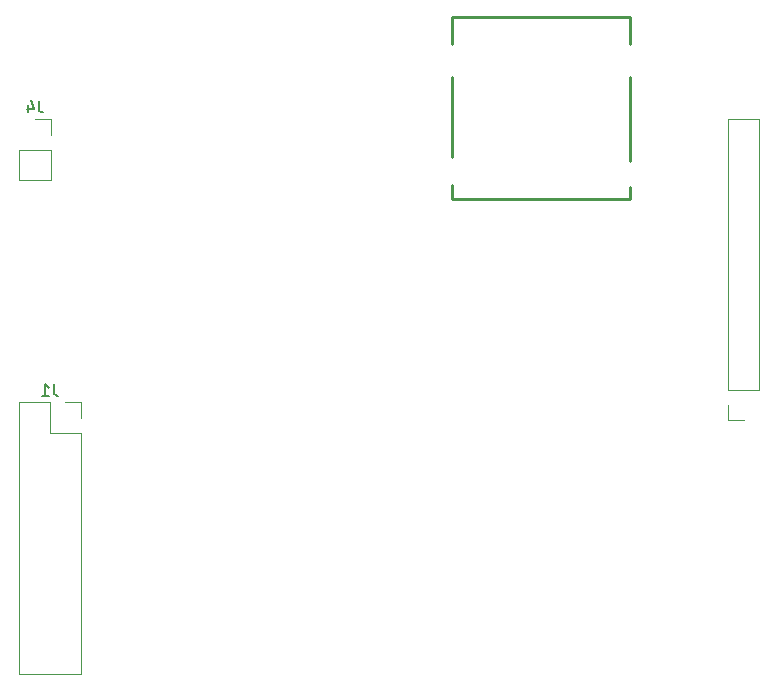
<source format=gbr>
%TF.GenerationSoftware,KiCad,Pcbnew,8.0.0-8.0.0-1~ubuntu20.04.1*%
%TF.CreationDate,2024-06-18T17:36:17-06:00*%
%TF.ProjectId,BioReactify,42696f52-6561-4637-9469-66792e6b6963,rev?*%
%TF.SameCoordinates,Original*%
%TF.FileFunction,Legend,Bot*%
%TF.FilePolarity,Positive*%
%FSLAX46Y46*%
G04 Gerber Fmt 4.6, Leading zero omitted, Abs format (unit mm)*
G04 Created by KiCad (PCBNEW 8.0.0-8.0.0-1~ubuntu20.04.1) date 2024-06-18 17:36:17*
%MOMM*%
%LPD*%
G01*
G04 APERTURE LIST*
%ADD10C,0.150000*%
%ADD11C,0.254000*%
%ADD12C,0.120000*%
G04 APERTURE END LIST*
D10*
X145333333Y-28124819D02*
X145333333Y-28839104D01*
X145333333Y-28839104D02*
X145380952Y-28981961D01*
X145380952Y-28981961D02*
X145476190Y-29077200D01*
X145476190Y-29077200D02*
X145619047Y-29124819D01*
X145619047Y-29124819D02*
X145714285Y-29124819D01*
X144428571Y-28458152D02*
X144428571Y-29124819D01*
X144666666Y-28077200D02*
X144904761Y-28791485D01*
X144904761Y-28791485D02*
X144285714Y-28791485D01*
X146603333Y-52124819D02*
X146603333Y-52839104D01*
X146603333Y-52839104D02*
X146650952Y-52981961D01*
X146650952Y-52981961D02*
X146746190Y-53077200D01*
X146746190Y-53077200D02*
X146889047Y-53124819D01*
X146889047Y-53124819D02*
X146984285Y-53124819D01*
X145603333Y-53124819D02*
X146174761Y-53124819D01*
X145889047Y-53124819D02*
X145889047Y-52124819D01*
X145889047Y-52124819D02*
X145984285Y-52267676D01*
X145984285Y-52267676D02*
X146079523Y-52362914D01*
X146079523Y-52362914D02*
X146174761Y-52410533D01*
D11*
%TO.C,J3*%
X180276900Y-21078000D02*
X180276900Y-23364000D01*
X180276900Y-26158000D02*
X180276900Y-32889000D01*
X180276900Y-36445000D02*
X180276900Y-35302000D01*
X195389900Y-21078000D02*
X180276900Y-21078000D01*
X195389900Y-23364000D02*
X195389900Y-21078000D01*
X195389900Y-33270000D02*
X195389900Y-26158000D01*
X195389900Y-35429000D02*
X195389900Y-36445000D01*
X195389900Y-36445000D02*
X180276900Y-36445000D01*
D12*
%TO.C,J4*%
X143670000Y-32270000D02*
X146330000Y-32270000D01*
X143670000Y-34870000D02*
X143670000Y-32270000D01*
X143670000Y-34870000D02*
X146330000Y-34870000D01*
X145000000Y-29670000D02*
X146330000Y-29670000D01*
X146330000Y-29670000D02*
X146330000Y-31000000D01*
X146330000Y-34870000D02*
X146330000Y-32270000D01*
%TO.C,J1*%
X143670000Y-53670000D02*
X146270000Y-53670000D01*
X143670000Y-76650000D02*
X143670000Y-53670000D01*
X143670000Y-76650000D02*
X148870000Y-76650000D01*
X146270000Y-53670000D02*
X146270000Y-56270000D01*
X146270000Y-56270000D02*
X148870000Y-56270000D01*
X147540000Y-53670000D02*
X148870000Y-53670000D01*
X148870000Y-53670000D02*
X148870000Y-55000000D01*
X148870000Y-76650000D02*
X148870000Y-56270000D01*
%TO.C,J2*%
X203670000Y-29670000D02*
X203670000Y-52590000D01*
X203670000Y-55190000D02*
X203670000Y-53860000D01*
X205000000Y-55190000D02*
X203670000Y-55190000D01*
X206330000Y-29670000D02*
X203670000Y-29670000D01*
X206330000Y-29670000D02*
X206330000Y-52590000D01*
X206330000Y-52590000D02*
X203670000Y-52590000D01*
%TD*%
M02*

</source>
